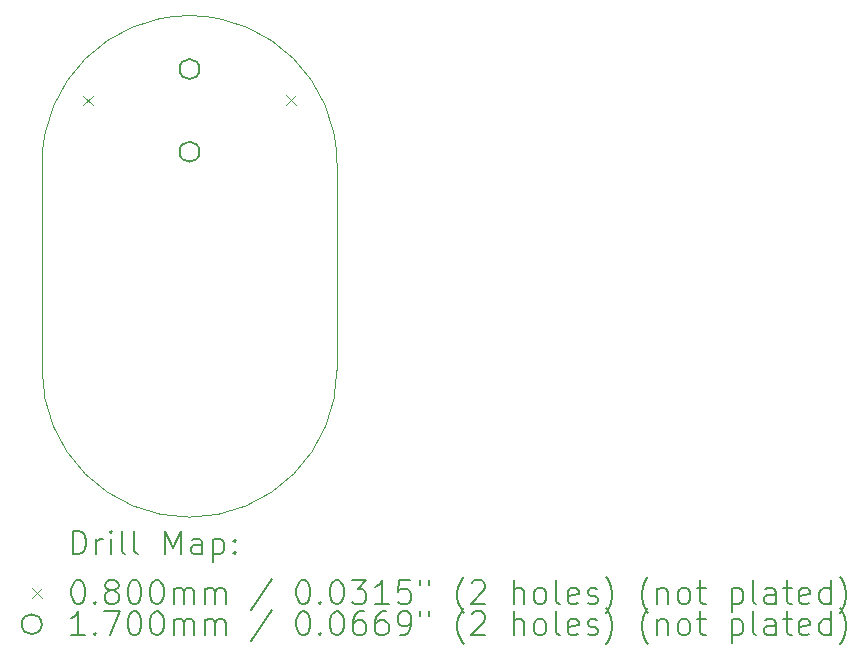
<source format=gbr>
%TF.GenerationSoftware,KiCad,Pcbnew,9.0.7*%
%TF.CreationDate,2026-01-28T11:34:08-05:00*%
%TF.ProjectId,Serene Mini,53657265-6e65-4204-9d69-6e692e6b6963,rev?*%
%TF.SameCoordinates,Original*%
%TF.FileFunction,Drillmap*%
%TF.FilePolarity,Positive*%
%FSLAX45Y45*%
G04 Gerber Fmt 4.5, Leading zero omitted, Abs format (unit mm)*
G04 Created by KiCad (PCBNEW 9.0.7) date 2026-01-28 11:34:08*
%MOMM*%
%LPD*%
G01*
G04 APERTURE LIST*
%ADD10C,0.050000*%
%ADD11C,0.200000*%
%ADD12C,0.100000*%
%ADD13C,0.170000*%
G04 APERTURE END LIST*
D10*
X2071705Y-4875309D02*
X2071705Y-6625309D01*
X4568295Y-6625000D02*
G75*
G02*
X2071705Y-6625309I-1248295J-309D01*
G01*
X2071705Y-4875309D02*
G75*
G02*
X4568295Y-4875309I1248295J0D01*
G01*
X4568295Y-4875309D02*
X4568295Y-6625000D01*
D11*
D12*
X2422000Y-4305000D02*
X2502000Y-4385000D01*
X2502000Y-4305000D02*
X2422000Y-4385000D01*
X4140000Y-4300000D02*
X4220000Y-4380000D01*
X4220000Y-4300000D02*
X4140000Y-4380000D01*
D13*
X3405000Y-4080000D02*
G75*
G02*
X3235000Y-4080000I-85000J0D01*
G01*
X3235000Y-4080000D02*
G75*
G02*
X3405000Y-4080000I85000J0D01*
G01*
X3405000Y-4780000D02*
G75*
G02*
X3235000Y-4780000I-85000J0D01*
G01*
X3235000Y-4780000D02*
G75*
G02*
X3405000Y-4780000I85000J0D01*
G01*
D11*
X2329982Y-8187588D02*
X2329982Y-7987588D01*
X2329982Y-7987588D02*
X2377601Y-7987588D01*
X2377601Y-7987588D02*
X2406172Y-7997112D01*
X2406172Y-7997112D02*
X2425220Y-8016160D01*
X2425220Y-8016160D02*
X2434744Y-8035207D01*
X2434744Y-8035207D02*
X2444267Y-8073302D01*
X2444267Y-8073302D02*
X2444267Y-8101874D01*
X2444267Y-8101874D02*
X2434744Y-8139969D01*
X2434744Y-8139969D02*
X2425220Y-8159017D01*
X2425220Y-8159017D02*
X2406172Y-8178064D01*
X2406172Y-8178064D02*
X2377601Y-8187588D01*
X2377601Y-8187588D02*
X2329982Y-8187588D01*
X2529982Y-8187588D02*
X2529982Y-8054255D01*
X2529982Y-8092350D02*
X2539506Y-8073302D01*
X2539506Y-8073302D02*
X2549029Y-8063779D01*
X2549029Y-8063779D02*
X2568077Y-8054255D01*
X2568077Y-8054255D02*
X2587125Y-8054255D01*
X2653791Y-8187588D02*
X2653791Y-8054255D01*
X2653791Y-7987588D02*
X2644267Y-7997112D01*
X2644267Y-7997112D02*
X2653791Y-8006636D01*
X2653791Y-8006636D02*
X2663315Y-7997112D01*
X2663315Y-7997112D02*
X2653791Y-7987588D01*
X2653791Y-7987588D02*
X2653791Y-8006636D01*
X2777601Y-8187588D02*
X2758553Y-8178064D01*
X2758553Y-8178064D02*
X2749029Y-8159017D01*
X2749029Y-8159017D02*
X2749029Y-7987588D01*
X2882363Y-8187588D02*
X2863315Y-8178064D01*
X2863315Y-8178064D02*
X2853791Y-8159017D01*
X2853791Y-8159017D02*
X2853791Y-7987588D01*
X3110934Y-8187588D02*
X3110934Y-7987588D01*
X3110934Y-7987588D02*
X3177601Y-8130445D01*
X3177601Y-8130445D02*
X3244267Y-7987588D01*
X3244267Y-7987588D02*
X3244267Y-8187588D01*
X3425220Y-8187588D02*
X3425220Y-8082826D01*
X3425220Y-8082826D02*
X3415696Y-8063779D01*
X3415696Y-8063779D02*
X3396648Y-8054255D01*
X3396648Y-8054255D02*
X3358553Y-8054255D01*
X3358553Y-8054255D02*
X3339505Y-8063779D01*
X3425220Y-8178064D02*
X3406172Y-8187588D01*
X3406172Y-8187588D02*
X3358553Y-8187588D01*
X3358553Y-8187588D02*
X3339505Y-8178064D01*
X3339505Y-8178064D02*
X3329982Y-8159017D01*
X3329982Y-8159017D02*
X3329982Y-8139969D01*
X3329982Y-8139969D02*
X3339505Y-8120921D01*
X3339505Y-8120921D02*
X3358553Y-8111398D01*
X3358553Y-8111398D02*
X3406172Y-8111398D01*
X3406172Y-8111398D02*
X3425220Y-8101874D01*
X3520458Y-8054255D02*
X3520458Y-8254255D01*
X3520458Y-8063779D02*
X3539505Y-8054255D01*
X3539505Y-8054255D02*
X3577601Y-8054255D01*
X3577601Y-8054255D02*
X3596648Y-8063779D01*
X3596648Y-8063779D02*
X3606172Y-8073302D01*
X3606172Y-8073302D02*
X3615696Y-8092350D01*
X3615696Y-8092350D02*
X3615696Y-8149493D01*
X3615696Y-8149493D02*
X3606172Y-8168540D01*
X3606172Y-8168540D02*
X3596648Y-8178064D01*
X3596648Y-8178064D02*
X3577601Y-8187588D01*
X3577601Y-8187588D02*
X3539505Y-8187588D01*
X3539505Y-8187588D02*
X3520458Y-8178064D01*
X3701410Y-8168540D02*
X3710934Y-8178064D01*
X3710934Y-8178064D02*
X3701410Y-8187588D01*
X3701410Y-8187588D02*
X3691886Y-8178064D01*
X3691886Y-8178064D02*
X3701410Y-8168540D01*
X3701410Y-8168540D02*
X3701410Y-8187588D01*
X3701410Y-8063779D02*
X3710934Y-8073302D01*
X3710934Y-8073302D02*
X3701410Y-8082826D01*
X3701410Y-8082826D02*
X3691886Y-8073302D01*
X3691886Y-8073302D02*
X3701410Y-8063779D01*
X3701410Y-8063779D02*
X3701410Y-8082826D01*
D12*
X1989205Y-8476104D02*
X2069205Y-8556104D01*
X2069205Y-8476104D02*
X1989205Y-8556104D01*
D11*
X2368077Y-8407588D02*
X2387125Y-8407588D01*
X2387125Y-8407588D02*
X2406172Y-8417112D01*
X2406172Y-8417112D02*
X2415696Y-8426636D01*
X2415696Y-8426636D02*
X2425220Y-8445683D01*
X2425220Y-8445683D02*
X2434744Y-8483779D01*
X2434744Y-8483779D02*
X2434744Y-8531398D01*
X2434744Y-8531398D02*
X2425220Y-8569493D01*
X2425220Y-8569493D02*
X2415696Y-8588541D01*
X2415696Y-8588541D02*
X2406172Y-8598064D01*
X2406172Y-8598064D02*
X2387125Y-8607588D01*
X2387125Y-8607588D02*
X2368077Y-8607588D01*
X2368077Y-8607588D02*
X2349029Y-8598064D01*
X2349029Y-8598064D02*
X2339506Y-8588541D01*
X2339506Y-8588541D02*
X2329982Y-8569493D01*
X2329982Y-8569493D02*
X2320458Y-8531398D01*
X2320458Y-8531398D02*
X2320458Y-8483779D01*
X2320458Y-8483779D02*
X2329982Y-8445683D01*
X2329982Y-8445683D02*
X2339506Y-8426636D01*
X2339506Y-8426636D02*
X2349029Y-8417112D01*
X2349029Y-8417112D02*
X2368077Y-8407588D01*
X2520458Y-8588541D02*
X2529982Y-8598064D01*
X2529982Y-8598064D02*
X2520458Y-8607588D01*
X2520458Y-8607588D02*
X2510934Y-8598064D01*
X2510934Y-8598064D02*
X2520458Y-8588541D01*
X2520458Y-8588541D02*
X2520458Y-8607588D01*
X2644267Y-8493302D02*
X2625220Y-8483779D01*
X2625220Y-8483779D02*
X2615696Y-8474255D01*
X2615696Y-8474255D02*
X2606172Y-8455207D01*
X2606172Y-8455207D02*
X2606172Y-8445683D01*
X2606172Y-8445683D02*
X2615696Y-8426636D01*
X2615696Y-8426636D02*
X2625220Y-8417112D01*
X2625220Y-8417112D02*
X2644267Y-8407588D01*
X2644267Y-8407588D02*
X2682363Y-8407588D01*
X2682363Y-8407588D02*
X2701410Y-8417112D01*
X2701410Y-8417112D02*
X2710934Y-8426636D01*
X2710934Y-8426636D02*
X2720458Y-8445683D01*
X2720458Y-8445683D02*
X2720458Y-8455207D01*
X2720458Y-8455207D02*
X2710934Y-8474255D01*
X2710934Y-8474255D02*
X2701410Y-8483779D01*
X2701410Y-8483779D02*
X2682363Y-8493302D01*
X2682363Y-8493302D02*
X2644267Y-8493302D01*
X2644267Y-8493302D02*
X2625220Y-8502826D01*
X2625220Y-8502826D02*
X2615696Y-8512350D01*
X2615696Y-8512350D02*
X2606172Y-8531398D01*
X2606172Y-8531398D02*
X2606172Y-8569493D01*
X2606172Y-8569493D02*
X2615696Y-8588541D01*
X2615696Y-8588541D02*
X2625220Y-8598064D01*
X2625220Y-8598064D02*
X2644267Y-8607588D01*
X2644267Y-8607588D02*
X2682363Y-8607588D01*
X2682363Y-8607588D02*
X2701410Y-8598064D01*
X2701410Y-8598064D02*
X2710934Y-8588541D01*
X2710934Y-8588541D02*
X2720458Y-8569493D01*
X2720458Y-8569493D02*
X2720458Y-8531398D01*
X2720458Y-8531398D02*
X2710934Y-8512350D01*
X2710934Y-8512350D02*
X2701410Y-8502826D01*
X2701410Y-8502826D02*
X2682363Y-8493302D01*
X2844267Y-8407588D02*
X2863315Y-8407588D01*
X2863315Y-8407588D02*
X2882363Y-8417112D01*
X2882363Y-8417112D02*
X2891886Y-8426636D01*
X2891886Y-8426636D02*
X2901410Y-8445683D01*
X2901410Y-8445683D02*
X2910934Y-8483779D01*
X2910934Y-8483779D02*
X2910934Y-8531398D01*
X2910934Y-8531398D02*
X2901410Y-8569493D01*
X2901410Y-8569493D02*
X2891886Y-8588541D01*
X2891886Y-8588541D02*
X2882363Y-8598064D01*
X2882363Y-8598064D02*
X2863315Y-8607588D01*
X2863315Y-8607588D02*
X2844267Y-8607588D01*
X2844267Y-8607588D02*
X2825220Y-8598064D01*
X2825220Y-8598064D02*
X2815696Y-8588541D01*
X2815696Y-8588541D02*
X2806172Y-8569493D01*
X2806172Y-8569493D02*
X2796648Y-8531398D01*
X2796648Y-8531398D02*
X2796648Y-8483779D01*
X2796648Y-8483779D02*
X2806172Y-8445683D01*
X2806172Y-8445683D02*
X2815696Y-8426636D01*
X2815696Y-8426636D02*
X2825220Y-8417112D01*
X2825220Y-8417112D02*
X2844267Y-8407588D01*
X3034744Y-8407588D02*
X3053791Y-8407588D01*
X3053791Y-8407588D02*
X3072839Y-8417112D01*
X3072839Y-8417112D02*
X3082363Y-8426636D01*
X3082363Y-8426636D02*
X3091886Y-8445683D01*
X3091886Y-8445683D02*
X3101410Y-8483779D01*
X3101410Y-8483779D02*
X3101410Y-8531398D01*
X3101410Y-8531398D02*
X3091886Y-8569493D01*
X3091886Y-8569493D02*
X3082363Y-8588541D01*
X3082363Y-8588541D02*
X3072839Y-8598064D01*
X3072839Y-8598064D02*
X3053791Y-8607588D01*
X3053791Y-8607588D02*
X3034744Y-8607588D01*
X3034744Y-8607588D02*
X3015696Y-8598064D01*
X3015696Y-8598064D02*
X3006172Y-8588541D01*
X3006172Y-8588541D02*
X2996648Y-8569493D01*
X2996648Y-8569493D02*
X2987125Y-8531398D01*
X2987125Y-8531398D02*
X2987125Y-8483779D01*
X2987125Y-8483779D02*
X2996648Y-8445683D01*
X2996648Y-8445683D02*
X3006172Y-8426636D01*
X3006172Y-8426636D02*
X3015696Y-8417112D01*
X3015696Y-8417112D02*
X3034744Y-8407588D01*
X3187125Y-8607588D02*
X3187125Y-8474255D01*
X3187125Y-8493302D02*
X3196648Y-8483779D01*
X3196648Y-8483779D02*
X3215696Y-8474255D01*
X3215696Y-8474255D02*
X3244267Y-8474255D01*
X3244267Y-8474255D02*
X3263315Y-8483779D01*
X3263315Y-8483779D02*
X3272839Y-8502826D01*
X3272839Y-8502826D02*
X3272839Y-8607588D01*
X3272839Y-8502826D02*
X3282363Y-8483779D01*
X3282363Y-8483779D02*
X3301410Y-8474255D01*
X3301410Y-8474255D02*
X3329982Y-8474255D01*
X3329982Y-8474255D02*
X3349029Y-8483779D01*
X3349029Y-8483779D02*
X3358553Y-8502826D01*
X3358553Y-8502826D02*
X3358553Y-8607588D01*
X3453791Y-8607588D02*
X3453791Y-8474255D01*
X3453791Y-8493302D02*
X3463315Y-8483779D01*
X3463315Y-8483779D02*
X3482363Y-8474255D01*
X3482363Y-8474255D02*
X3510934Y-8474255D01*
X3510934Y-8474255D02*
X3529982Y-8483779D01*
X3529982Y-8483779D02*
X3539506Y-8502826D01*
X3539506Y-8502826D02*
X3539506Y-8607588D01*
X3539506Y-8502826D02*
X3549029Y-8483779D01*
X3549029Y-8483779D02*
X3568077Y-8474255D01*
X3568077Y-8474255D02*
X3596648Y-8474255D01*
X3596648Y-8474255D02*
X3615696Y-8483779D01*
X3615696Y-8483779D02*
X3625220Y-8502826D01*
X3625220Y-8502826D02*
X3625220Y-8607588D01*
X4015696Y-8398064D02*
X3844268Y-8655207D01*
X4272839Y-8407588D02*
X4291887Y-8407588D01*
X4291887Y-8407588D02*
X4310934Y-8417112D01*
X4310934Y-8417112D02*
X4320458Y-8426636D01*
X4320458Y-8426636D02*
X4329982Y-8445683D01*
X4329982Y-8445683D02*
X4339506Y-8483779D01*
X4339506Y-8483779D02*
X4339506Y-8531398D01*
X4339506Y-8531398D02*
X4329982Y-8569493D01*
X4329982Y-8569493D02*
X4320458Y-8588541D01*
X4320458Y-8588541D02*
X4310934Y-8598064D01*
X4310934Y-8598064D02*
X4291887Y-8607588D01*
X4291887Y-8607588D02*
X4272839Y-8607588D01*
X4272839Y-8607588D02*
X4253791Y-8598064D01*
X4253791Y-8598064D02*
X4244268Y-8588541D01*
X4244268Y-8588541D02*
X4234744Y-8569493D01*
X4234744Y-8569493D02*
X4225220Y-8531398D01*
X4225220Y-8531398D02*
X4225220Y-8483779D01*
X4225220Y-8483779D02*
X4234744Y-8445683D01*
X4234744Y-8445683D02*
X4244268Y-8426636D01*
X4244268Y-8426636D02*
X4253791Y-8417112D01*
X4253791Y-8417112D02*
X4272839Y-8407588D01*
X4425220Y-8588541D02*
X4434744Y-8598064D01*
X4434744Y-8598064D02*
X4425220Y-8607588D01*
X4425220Y-8607588D02*
X4415696Y-8598064D01*
X4415696Y-8598064D02*
X4425220Y-8588541D01*
X4425220Y-8588541D02*
X4425220Y-8607588D01*
X4558553Y-8407588D02*
X4577601Y-8407588D01*
X4577601Y-8407588D02*
X4596649Y-8417112D01*
X4596649Y-8417112D02*
X4606172Y-8426636D01*
X4606172Y-8426636D02*
X4615696Y-8445683D01*
X4615696Y-8445683D02*
X4625220Y-8483779D01*
X4625220Y-8483779D02*
X4625220Y-8531398D01*
X4625220Y-8531398D02*
X4615696Y-8569493D01*
X4615696Y-8569493D02*
X4606172Y-8588541D01*
X4606172Y-8588541D02*
X4596649Y-8598064D01*
X4596649Y-8598064D02*
X4577601Y-8607588D01*
X4577601Y-8607588D02*
X4558553Y-8607588D01*
X4558553Y-8607588D02*
X4539506Y-8598064D01*
X4539506Y-8598064D02*
X4529982Y-8588541D01*
X4529982Y-8588541D02*
X4520458Y-8569493D01*
X4520458Y-8569493D02*
X4510934Y-8531398D01*
X4510934Y-8531398D02*
X4510934Y-8483779D01*
X4510934Y-8483779D02*
X4520458Y-8445683D01*
X4520458Y-8445683D02*
X4529982Y-8426636D01*
X4529982Y-8426636D02*
X4539506Y-8417112D01*
X4539506Y-8417112D02*
X4558553Y-8407588D01*
X4691887Y-8407588D02*
X4815696Y-8407588D01*
X4815696Y-8407588D02*
X4749030Y-8483779D01*
X4749030Y-8483779D02*
X4777601Y-8483779D01*
X4777601Y-8483779D02*
X4796649Y-8493302D01*
X4796649Y-8493302D02*
X4806172Y-8502826D01*
X4806172Y-8502826D02*
X4815696Y-8521874D01*
X4815696Y-8521874D02*
X4815696Y-8569493D01*
X4815696Y-8569493D02*
X4806172Y-8588541D01*
X4806172Y-8588541D02*
X4796649Y-8598064D01*
X4796649Y-8598064D02*
X4777601Y-8607588D01*
X4777601Y-8607588D02*
X4720458Y-8607588D01*
X4720458Y-8607588D02*
X4701411Y-8598064D01*
X4701411Y-8598064D02*
X4691887Y-8588541D01*
X5006172Y-8607588D02*
X4891887Y-8607588D01*
X4949030Y-8607588D02*
X4949030Y-8407588D01*
X4949030Y-8407588D02*
X4929982Y-8436160D01*
X4929982Y-8436160D02*
X4910934Y-8455207D01*
X4910934Y-8455207D02*
X4891887Y-8464731D01*
X5187125Y-8407588D02*
X5091887Y-8407588D01*
X5091887Y-8407588D02*
X5082363Y-8502826D01*
X5082363Y-8502826D02*
X5091887Y-8493302D01*
X5091887Y-8493302D02*
X5110934Y-8483779D01*
X5110934Y-8483779D02*
X5158553Y-8483779D01*
X5158553Y-8483779D02*
X5177601Y-8493302D01*
X5177601Y-8493302D02*
X5187125Y-8502826D01*
X5187125Y-8502826D02*
X5196649Y-8521874D01*
X5196649Y-8521874D02*
X5196649Y-8569493D01*
X5196649Y-8569493D02*
X5187125Y-8588541D01*
X5187125Y-8588541D02*
X5177601Y-8598064D01*
X5177601Y-8598064D02*
X5158553Y-8607588D01*
X5158553Y-8607588D02*
X5110934Y-8607588D01*
X5110934Y-8607588D02*
X5091887Y-8598064D01*
X5091887Y-8598064D02*
X5082363Y-8588541D01*
X5272839Y-8407588D02*
X5272839Y-8445683D01*
X5349030Y-8407588D02*
X5349030Y-8445683D01*
X5644268Y-8683779D02*
X5634744Y-8674255D01*
X5634744Y-8674255D02*
X5615696Y-8645683D01*
X5615696Y-8645683D02*
X5606172Y-8626636D01*
X5606172Y-8626636D02*
X5596649Y-8598064D01*
X5596649Y-8598064D02*
X5587125Y-8550445D01*
X5587125Y-8550445D02*
X5587125Y-8512350D01*
X5587125Y-8512350D02*
X5596649Y-8464731D01*
X5596649Y-8464731D02*
X5606172Y-8436160D01*
X5606172Y-8436160D02*
X5615696Y-8417112D01*
X5615696Y-8417112D02*
X5634744Y-8388540D01*
X5634744Y-8388540D02*
X5644268Y-8379017D01*
X5710934Y-8426636D02*
X5720458Y-8417112D01*
X5720458Y-8417112D02*
X5739506Y-8407588D01*
X5739506Y-8407588D02*
X5787125Y-8407588D01*
X5787125Y-8407588D02*
X5806172Y-8417112D01*
X5806172Y-8417112D02*
X5815696Y-8426636D01*
X5815696Y-8426636D02*
X5825220Y-8445683D01*
X5825220Y-8445683D02*
X5825220Y-8464731D01*
X5825220Y-8464731D02*
X5815696Y-8493302D01*
X5815696Y-8493302D02*
X5701411Y-8607588D01*
X5701411Y-8607588D02*
X5825220Y-8607588D01*
X6063315Y-8607588D02*
X6063315Y-8407588D01*
X6149030Y-8607588D02*
X6149030Y-8502826D01*
X6149030Y-8502826D02*
X6139506Y-8483779D01*
X6139506Y-8483779D02*
X6120458Y-8474255D01*
X6120458Y-8474255D02*
X6091887Y-8474255D01*
X6091887Y-8474255D02*
X6072839Y-8483779D01*
X6072839Y-8483779D02*
X6063315Y-8493302D01*
X6272839Y-8607588D02*
X6253792Y-8598064D01*
X6253792Y-8598064D02*
X6244268Y-8588541D01*
X6244268Y-8588541D02*
X6234744Y-8569493D01*
X6234744Y-8569493D02*
X6234744Y-8512350D01*
X6234744Y-8512350D02*
X6244268Y-8493302D01*
X6244268Y-8493302D02*
X6253792Y-8483779D01*
X6253792Y-8483779D02*
X6272839Y-8474255D01*
X6272839Y-8474255D02*
X6301411Y-8474255D01*
X6301411Y-8474255D02*
X6320458Y-8483779D01*
X6320458Y-8483779D02*
X6329982Y-8493302D01*
X6329982Y-8493302D02*
X6339506Y-8512350D01*
X6339506Y-8512350D02*
X6339506Y-8569493D01*
X6339506Y-8569493D02*
X6329982Y-8588541D01*
X6329982Y-8588541D02*
X6320458Y-8598064D01*
X6320458Y-8598064D02*
X6301411Y-8607588D01*
X6301411Y-8607588D02*
X6272839Y-8607588D01*
X6453792Y-8607588D02*
X6434744Y-8598064D01*
X6434744Y-8598064D02*
X6425220Y-8579017D01*
X6425220Y-8579017D02*
X6425220Y-8407588D01*
X6606173Y-8598064D02*
X6587125Y-8607588D01*
X6587125Y-8607588D02*
X6549030Y-8607588D01*
X6549030Y-8607588D02*
X6529982Y-8598064D01*
X6529982Y-8598064D02*
X6520458Y-8579017D01*
X6520458Y-8579017D02*
X6520458Y-8502826D01*
X6520458Y-8502826D02*
X6529982Y-8483779D01*
X6529982Y-8483779D02*
X6549030Y-8474255D01*
X6549030Y-8474255D02*
X6587125Y-8474255D01*
X6587125Y-8474255D02*
X6606173Y-8483779D01*
X6606173Y-8483779D02*
X6615696Y-8502826D01*
X6615696Y-8502826D02*
X6615696Y-8521874D01*
X6615696Y-8521874D02*
X6520458Y-8540922D01*
X6691887Y-8598064D02*
X6710934Y-8607588D01*
X6710934Y-8607588D02*
X6749030Y-8607588D01*
X6749030Y-8607588D02*
X6768077Y-8598064D01*
X6768077Y-8598064D02*
X6777601Y-8579017D01*
X6777601Y-8579017D02*
X6777601Y-8569493D01*
X6777601Y-8569493D02*
X6768077Y-8550445D01*
X6768077Y-8550445D02*
X6749030Y-8540922D01*
X6749030Y-8540922D02*
X6720458Y-8540922D01*
X6720458Y-8540922D02*
X6701411Y-8531398D01*
X6701411Y-8531398D02*
X6691887Y-8512350D01*
X6691887Y-8512350D02*
X6691887Y-8502826D01*
X6691887Y-8502826D02*
X6701411Y-8483779D01*
X6701411Y-8483779D02*
X6720458Y-8474255D01*
X6720458Y-8474255D02*
X6749030Y-8474255D01*
X6749030Y-8474255D02*
X6768077Y-8483779D01*
X6844268Y-8683779D02*
X6853792Y-8674255D01*
X6853792Y-8674255D02*
X6872839Y-8645683D01*
X6872839Y-8645683D02*
X6882363Y-8626636D01*
X6882363Y-8626636D02*
X6891887Y-8598064D01*
X6891887Y-8598064D02*
X6901411Y-8550445D01*
X6901411Y-8550445D02*
X6901411Y-8512350D01*
X6901411Y-8512350D02*
X6891887Y-8464731D01*
X6891887Y-8464731D02*
X6882363Y-8436160D01*
X6882363Y-8436160D02*
X6872839Y-8417112D01*
X6872839Y-8417112D02*
X6853792Y-8388540D01*
X6853792Y-8388540D02*
X6844268Y-8379017D01*
X7206173Y-8683779D02*
X7196649Y-8674255D01*
X7196649Y-8674255D02*
X7177601Y-8645683D01*
X7177601Y-8645683D02*
X7168077Y-8626636D01*
X7168077Y-8626636D02*
X7158554Y-8598064D01*
X7158554Y-8598064D02*
X7149030Y-8550445D01*
X7149030Y-8550445D02*
X7149030Y-8512350D01*
X7149030Y-8512350D02*
X7158554Y-8464731D01*
X7158554Y-8464731D02*
X7168077Y-8436160D01*
X7168077Y-8436160D02*
X7177601Y-8417112D01*
X7177601Y-8417112D02*
X7196649Y-8388540D01*
X7196649Y-8388540D02*
X7206173Y-8379017D01*
X7282363Y-8474255D02*
X7282363Y-8607588D01*
X7282363Y-8493302D02*
X7291887Y-8483779D01*
X7291887Y-8483779D02*
X7310934Y-8474255D01*
X7310934Y-8474255D02*
X7339506Y-8474255D01*
X7339506Y-8474255D02*
X7358554Y-8483779D01*
X7358554Y-8483779D02*
X7368077Y-8502826D01*
X7368077Y-8502826D02*
X7368077Y-8607588D01*
X7491887Y-8607588D02*
X7472839Y-8598064D01*
X7472839Y-8598064D02*
X7463315Y-8588541D01*
X7463315Y-8588541D02*
X7453792Y-8569493D01*
X7453792Y-8569493D02*
X7453792Y-8512350D01*
X7453792Y-8512350D02*
X7463315Y-8493302D01*
X7463315Y-8493302D02*
X7472839Y-8483779D01*
X7472839Y-8483779D02*
X7491887Y-8474255D01*
X7491887Y-8474255D02*
X7520458Y-8474255D01*
X7520458Y-8474255D02*
X7539506Y-8483779D01*
X7539506Y-8483779D02*
X7549030Y-8493302D01*
X7549030Y-8493302D02*
X7558554Y-8512350D01*
X7558554Y-8512350D02*
X7558554Y-8569493D01*
X7558554Y-8569493D02*
X7549030Y-8588541D01*
X7549030Y-8588541D02*
X7539506Y-8598064D01*
X7539506Y-8598064D02*
X7520458Y-8607588D01*
X7520458Y-8607588D02*
X7491887Y-8607588D01*
X7615696Y-8474255D02*
X7691887Y-8474255D01*
X7644268Y-8407588D02*
X7644268Y-8579017D01*
X7644268Y-8579017D02*
X7653792Y-8598064D01*
X7653792Y-8598064D02*
X7672839Y-8607588D01*
X7672839Y-8607588D02*
X7691887Y-8607588D01*
X7910935Y-8474255D02*
X7910935Y-8674255D01*
X7910935Y-8483779D02*
X7929982Y-8474255D01*
X7929982Y-8474255D02*
X7968077Y-8474255D01*
X7968077Y-8474255D02*
X7987125Y-8483779D01*
X7987125Y-8483779D02*
X7996649Y-8493302D01*
X7996649Y-8493302D02*
X8006173Y-8512350D01*
X8006173Y-8512350D02*
X8006173Y-8569493D01*
X8006173Y-8569493D02*
X7996649Y-8588541D01*
X7996649Y-8588541D02*
X7987125Y-8598064D01*
X7987125Y-8598064D02*
X7968077Y-8607588D01*
X7968077Y-8607588D02*
X7929982Y-8607588D01*
X7929982Y-8607588D02*
X7910935Y-8598064D01*
X8120458Y-8607588D02*
X8101411Y-8598064D01*
X8101411Y-8598064D02*
X8091887Y-8579017D01*
X8091887Y-8579017D02*
X8091887Y-8407588D01*
X8282363Y-8607588D02*
X8282363Y-8502826D01*
X8282363Y-8502826D02*
X8272839Y-8483779D01*
X8272839Y-8483779D02*
X8253792Y-8474255D01*
X8253792Y-8474255D02*
X8215696Y-8474255D01*
X8215696Y-8474255D02*
X8196649Y-8483779D01*
X8282363Y-8598064D02*
X8263316Y-8607588D01*
X8263316Y-8607588D02*
X8215696Y-8607588D01*
X8215696Y-8607588D02*
X8196649Y-8598064D01*
X8196649Y-8598064D02*
X8187125Y-8579017D01*
X8187125Y-8579017D02*
X8187125Y-8559969D01*
X8187125Y-8559969D02*
X8196649Y-8540922D01*
X8196649Y-8540922D02*
X8215696Y-8531398D01*
X8215696Y-8531398D02*
X8263316Y-8531398D01*
X8263316Y-8531398D02*
X8282363Y-8521874D01*
X8349030Y-8474255D02*
X8425220Y-8474255D01*
X8377601Y-8407588D02*
X8377601Y-8579017D01*
X8377601Y-8579017D02*
X8387125Y-8598064D01*
X8387125Y-8598064D02*
X8406173Y-8607588D01*
X8406173Y-8607588D02*
X8425220Y-8607588D01*
X8568078Y-8598064D02*
X8549030Y-8607588D01*
X8549030Y-8607588D02*
X8510935Y-8607588D01*
X8510935Y-8607588D02*
X8491887Y-8598064D01*
X8491887Y-8598064D02*
X8482363Y-8579017D01*
X8482363Y-8579017D02*
X8482363Y-8502826D01*
X8482363Y-8502826D02*
X8491887Y-8483779D01*
X8491887Y-8483779D02*
X8510935Y-8474255D01*
X8510935Y-8474255D02*
X8549030Y-8474255D01*
X8549030Y-8474255D02*
X8568078Y-8483779D01*
X8568078Y-8483779D02*
X8577601Y-8502826D01*
X8577601Y-8502826D02*
X8577601Y-8521874D01*
X8577601Y-8521874D02*
X8482363Y-8540922D01*
X8749030Y-8607588D02*
X8749030Y-8407588D01*
X8749030Y-8598064D02*
X8729982Y-8607588D01*
X8729982Y-8607588D02*
X8691887Y-8607588D01*
X8691887Y-8607588D02*
X8672839Y-8598064D01*
X8672839Y-8598064D02*
X8663316Y-8588541D01*
X8663316Y-8588541D02*
X8653792Y-8569493D01*
X8653792Y-8569493D02*
X8653792Y-8512350D01*
X8653792Y-8512350D02*
X8663316Y-8493302D01*
X8663316Y-8493302D02*
X8672839Y-8483779D01*
X8672839Y-8483779D02*
X8691887Y-8474255D01*
X8691887Y-8474255D02*
X8729982Y-8474255D01*
X8729982Y-8474255D02*
X8749030Y-8483779D01*
X8825220Y-8683779D02*
X8834744Y-8674255D01*
X8834744Y-8674255D02*
X8853792Y-8645683D01*
X8853792Y-8645683D02*
X8863316Y-8626636D01*
X8863316Y-8626636D02*
X8872839Y-8598064D01*
X8872839Y-8598064D02*
X8882363Y-8550445D01*
X8882363Y-8550445D02*
X8882363Y-8512350D01*
X8882363Y-8512350D02*
X8872839Y-8464731D01*
X8872839Y-8464731D02*
X8863316Y-8436160D01*
X8863316Y-8436160D02*
X8853792Y-8417112D01*
X8853792Y-8417112D02*
X8834744Y-8388540D01*
X8834744Y-8388540D02*
X8825220Y-8379017D01*
D13*
X2069205Y-8780104D02*
G75*
G02*
X1899205Y-8780104I-85000J0D01*
G01*
X1899205Y-8780104D02*
G75*
G02*
X2069205Y-8780104I85000J0D01*
G01*
D11*
X2434744Y-8871588D02*
X2320458Y-8871588D01*
X2377601Y-8871588D02*
X2377601Y-8671588D01*
X2377601Y-8671588D02*
X2358553Y-8700160D01*
X2358553Y-8700160D02*
X2339506Y-8719207D01*
X2339506Y-8719207D02*
X2320458Y-8728731D01*
X2520458Y-8852541D02*
X2529982Y-8862064D01*
X2529982Y-8862064D02*
X2520458Y-8871588D01*
X2520458Y-8871588D02*
X2510934Y-8862064D01*
X2510934Y-8862064D02*
X2520458Y-8852541D01*
X2520458Y-8852541D02*
X2520458Y-8871588D01*
X2596648Y-8671588D02*
X2729982Y-8671588D01*
X2729982Y-8671588D02*
X2644267Y-8871588D01*
X2844267Y-8671588D02*
X2863315Y-8671588D01*
X2863315Y-8671588D02*
X2882363Y-8681112D01*
X2882363Y-8681112D02*
X2891886Y-8690636D01*
X2891886Y-8690636D02*
X2901410Y-8709683D01*
X2901410Y-8709683D02*
X2910934Y-8747779D01*
X2910934Y-8747779D02*
X2910934Y-8795398D01*
X2910934Y-8795398D02*
X2901410Y-8833493D01*
X2901410Y-8833493D02*
X2891886Y-8852541D01*
X2891886Y-8852541D02*
X2882363Y-8862064D01*
X2882363Y-8862064D02*
X2863315Y-8871588D01*
X2863315Y-8871588D02*
X2844267Y-8871588D01*
X2844267Y-8871588D02*
X2825220Y-8862064D01*
X2825220Y-8862064D02*
X2815696Y-8852541D01*
X2815696Y-8852541D02*
X2806172Y-8833493D01*
X2806172Y-8833493D02*
X2796648Y-8795398D01*
X2796648Y-8795398D02*
X2796648Y-8747779D01*
X2796648Y-8747779D02*
X2806172Y-8709683D01*
X2806172Y-8709683D02*
X2815696Y-8690636D01*
X2815696Y-8690636D02*
X2825220Y-8681112D01*
X2825220Y-8681112D02*
X2844267Y-8671588D01*
X3034744Y-8671588D02*
X3053791Y-8671588D01*
X3053791Y-8671588D02*
X3072839Y-8681112D01*
X3072839Y-8681112D02*
X3082363Y-8690636D01*
X3082363Y-8690636D02*
X3091886Y-8709683D01*
X3091886Y-8709683D02*
X3101410Y-8747779D01*
X3101410Y-8747779D02*
X3101410Y-8795398D01*
X3101410Y-8795398D02*
X3091886Y-8833493D01*
X3091886Y-8833493D02*
X3082363Y-8852541D01*
X3082363Y-8852541D02*
X3072839Y-8862064D01*
X3072839Y-8862064D02*
X3053791Y-8871588D01*
X3053791Y-8871588D02*
X3034744Y-8871588D01*
X3034744Y-8871588D02*
X3015696Y-8862064D01*
X3015696Y-8862064D02*
X3006172Y-8852541D01*
X3006172Y-8852541D02*
X2996648Y-8833493D01*
X2996648Y-8833493D02*
X2987125Y-8795398D01*
X2987125Y-8795398D02*
X2987125Y-8747779D01*
X2987125Y-8747779D02*
X2996648Y-8709683D01*
X2996648Y-8709683D02*
X3006172Y-8690636D01*
X3006172Y-8690636D02*
X3015696Y-8681112D01*
X3015696Y-8681112D02*
X3034744Y-8671588D01*
X3187125Y-8871588D02*
X3187125Y-8738255D01*
X3187125Y-8757302D02*
X3196648Y-8747779D01*
X3196648Y-8747779D02*
X3215696Y-8738255D01*
X3215696Y-8738255D02*
X3244267Y-8738255D01*
X3244267Y-8738255D02*
X3263315Y-8747779D01*
X3263315Y-8747779D02*
X3272839Y-8766826D01*
X3272839Y-8766826D02*
X3272839Y-8871588D01*
X3272839Y-8766826D02*
X3282363Y-8747779D01*
X3282363Y-8747779D02*
X3301410Y-8738255D01*
X3301410Y-8738255D02*
X3329982Y-8738255D01*
X3329982Y-8738255D02*
X3349029Y-8747779D01*
X3349029Y-8747779D02*
X3358553Y-8766826D01*
X3358553Y-8766826D02*
X3358553Y-8871588D01*
X3453791Y-8871588D02*
X3453791Y-8738255D01*
X3453791Y-8757302D02*
X3463315Y-8747779D01*
X3463315Y-8747779D02*
X3482363Y-8738255D01*
X3482363Y-8738255D02*
X3510934Y-8738255D01*
X3510934Y-8738255D02*
X3529982Y-8747779D01*
X3529982Y-8747779D02*
X3539506Y-8766826D01*
X3539506Y-8766826D02*
X3539506Y-8871588D01*
X3539506Y-8766826D02*
X3549029Y-8747779D01*
X3549029Y-8747779D02*
X3568077Y-8738255D01*
X3568077Y-8738255D02*
X3596648Y-8738255D01*
X3596648Y-8738255D02*
X3615696Y-8747779D01*
X3615696Y-8747779D02*
X3625220Y-8766826D01*
X3625220Y-8766826D02*
X3625220Y-8871588D01*
X4015696Y-8662064D02*
X3844268Y-8919207D01*
X4272839Y-8671588D02*
X4291887Y-8671588D01*
X4291887Y-8671588D02*
X4310934Y-8681112D01*
X4310934Y-8681112D02*
X4320458Y-8690636D01*
X4320458Y-8690636D02*
X4329982Y-8709683D01*
X4329982Y-8709683D02*
X4339506Y-8747779D01*
X4339506Y-8747779D02*
X4339506Y-8795398D01*
X4339506Y-8795398D02*
X4329982Y-8833493D01*
X4329982Y-8833493D02*
X4320458Y-8852541D01*
X4320458Y-8852541D02*
X4310934Y-8862064D01*
X4310934Y-8862064D02*
X4291887Y-8871588D01*
X4291887Y-8871588D02*
X4272839Y-8871588D01*
X4272839Y-8871588D02*
X4253791Y-8862064D01*
X4253791Y-8862064D02*
X4244268Y-8852541D01*
X4244268Y-8852541D02*
X4234744Y-8833493D01*
X4234744Y-8833493D02*
X4225220Y-8795398D01*
X4225220Y-8795398D02*
X4225220Y-8747779D01*
X4225220Y-8747779D02*
X4234744Y-8709683D01*
X4234744Y-8709683D02*
X4244268Y-8690636D01*
X4244268Y-8690636D02*
X4253791Y-8681112D01*
X4253791Y-8681112D02*
X4272839Y-8671588D01*
X4425220Y-8852541D02*
X4434744Y-8862064D01*
X4434744Y-8862064D02*
X4425220Y-8871588D01*
X4425220Y-8871588D02*
X4415696Y-8862064D01*
X4415696Y-8862064D02*
X4425220Y-8852541D01*
X4425220Y-8852541D02*
X4425220Y-8871588D01*
X4558553Y-8671588D02*
X4577601Y-8671588D01*
X4577601Y-8671588D02*
X4596649Y-8681112D01*
X4596649Y-8681112D02*
X4606172Y-8690636D01*
X4606172Y-8690636D02*
X4615696Y-8709683D01*
X4615696Y-8709683D02*
X4625220Y-8747779D01*
X4625220Y-8747779D02*
X4625220Y-8795398D01*
X4625220Y-8795398D02*
X4615696Y-8833493D01*
X4615696Y-8833493D02*
X4606172Y-8852541D01*
X4606172Y-8852541D02*
X4596649Y-8862064D01*
X4596649Y-8862064D02*
X4577601Y-8871588D01*
X4577601Y-8871588D02*
X4558553Y-8871588D01*
X4558553Y-8871588D02*
X4539506Y-8862064D01*
X4539506Y-8862064D02*
X4529982Y-8852541D01*
X4529982Y-8852541D02*
X4520458Y-8833493D01*
X4520458Y-8833493D02*
X4510934Y-8795398D01*
X4510934Y-8795398D02*
X4510934Y-8747779D01*
X4510934Y-8747779D02*
X4520458Y-8709683D01*
X4520458Y-8709683D02*
X4529982Y-8690636D01*
X4529982Y-8690636D02*
X4539506Y-8681112D01*
X4539506Y-8681112D02*
X4558553Y-8671588D01*
X4796649Y-8671588D02*
X4758553Y-8671588D01*
X4758553Y-8671588D02*
X4739506Y-8681112D01*
X4739506Y-8681112D02*
X4729982Y-8690636D01*
X4729982Y-8690636D02*
X4710934Y-8719207D01*
X4710934Y-8719207D02*
X4701411Y-8757302D01*
X4701411Y-8757302D02*
X4701411Y-8833493D01*
X4701411Y-8833493D02*
X4710934Y-8852541D01*
X4710934Y-8852541D02*
X4720458Y-8862064D01*
X4720458Y-8862064D02*
X4739506Y-8871588D01*
X4739506Y-8871588D02*
X4777601Y-8871588D01*
X4777601Y-8871588D02*
X4796649Y-8862064D01*
X4796649Y-8862064D02*
X4806172Y-8852541D01*
X4806172Y-8852541D02*
X4815696Y-8833493D01*
X4815696Y-8833493D02*
X4815696Y-8785874D01*
X4815696Y-8785874D02*
X4806172Y-8766826D01*
X4806172Y-8766826D02*
X4796649Y-8757302D01*
X4796649Y-8757302D02*
X4777601Y-8747779D01*
X4777601Y-8747779D02*
X4739506Y-8747779D01*
X4739506Y-8747779D02*
X4720458Y-8757302D01*
X4720458Y-8757302D02*
X4710934Y-8766826D01*
X4710934Y-8766826D02*
X4701411Y-8785874D01*
X4987125Y-8671588D02*
X4949030Y-8671588D01*
X4949030Y-8671588D02*
X4929982Y-8681112D01*
X4929982Y-8681112D02*
X4920458Y-8690636D01*
X4920458Y-8690636D02*
X4901411Y-8719207D01*
X4901411Y-8719207D02*
X4891887Y-8757302D01*
X4891887Y-8757302D02*
X4891887Y-8833493D01*
X4891887Y-8833493D02*
X4901411Y-8852541D01*
X4901411Y-8852541D02*
X4910934Y-8862064D01*
X4910934Y-8862064D02*
X4929982Y-8871588D01*
X4929982Y-8871588D02*
X4968077Y-8871588D01*
X4968077Y-8871588D02*
X4987125Y-8862064D01*
X4987125Y-8862064D02*
X4996649Y-8852541D01*
X4996649Y-8852541D02*
X5006172Y-8833493D01*
X5006172Y-8833493D02*
X5006172Y-8785874D01*
X5006172Y-8785874D02*
X4996649Y-8766826D01*
X4996649Y-8766826D02*
X4987125Y-8757302D01*
X4987125Y-8757302D02*
X4968077Y-8747779D01*
X4968077Y-8747779D02*
X4929982Y-8747779D01*
X4929982Y-8747779D02*
X4910934Y-8757302D01*
X4910934Y-8757302D02*
X4901411Y-8766826D01*
X4901411Y-8766826D02*
X4891887Y-8785874D01*
X5101411Y-8871588D02*
X5139506Y-8871588D01*
X5139506Y-8871588D02*
X5158553Y-8862064D01*
X5158553Y-8862064D02*
X5168077Y-8852541D01*
X5168077Y-8852541D02*
X5187125Y-8823969D01*
X5187125Y-8823969D02*
X5196649Y-8785874D01*
X5196649Y-8785874D02*
X5196649Y-8709683D01*
X5196649Y-8709683D02*
X5187125Y-8690636D01*
X5187125Y-8690636D02*
X5177601Y-8681112D01*
X5177601Y-8681112D02*
X5158553Y-8671588D01*
X5158553Y-8671588D02*
X5120458Y-8671588D01*
X5120458Y-8671588D02*
X5101411Y-8681112D01*
X5101411Y-8681112D02*
X5091887Y-8690636D01*
X5091887Y-8690636D02*
X5082363Y-8709683D01*
X5082363Y-8709683D02*
X5082363Y-8757302D01*
X5082363Y-8757302D02*
X5091887Y-8776350D01*
X5091887Y-8776350D02*
X5101411Y-8785874D01*
X5101411Y-8785874D02*
X5120458Y-8795398D01*
X5120458Y-8795398D02*
X5158553Y-8795398D01*
X5158553Y-8795398D02*
X5177601Y-8785874D01*
X5177601Y-8785874D02*
X5187125Y-8776350D01*
X5187125Y-8776350D02*
X5196649Y-8757302D01*
X5272839Y-8671588D02*
X5272839Y-8709683D01*
X5349030Y-8671588D02*
X5349030Y-8709683D01*
X5644268Y-8947779D02*
X5634744Y-8938255D01*
X5634744Y-8938255D02*
X5615696Y-8909683D01*
X5615696Y-8909683D02*
X5606172Y-8890636D01*
X5606172Y-8890636D02*
X5596649Y-8862064D01*
X5596649Y-8862064D02*
X5587125Y-8814445D01*
X5587125Y-8814445D02*
X5587125Y-8776350D01*
X5587125Y-8776350D02*
X5596649Y-8728731D01*
X5596649Y-8728731D02*
X5606172Y-8700160D01*
X5606172Y-8700160D02*
X5615696Y-8681112D01*
X5615696Y-8681112D02*
X5634744Y-8652541D01*
X5634744Y-8652541D02*
X5644268Y-8643017D01*
X5710934Y-8690636D02*
X5720458Y-8681112D01*
X5720458Y-8681112D02*
X5739506Y-8671588D01*
X5739506Y-8671588D02*
X5787125Y-8671588D01*
X5787125Y-8671588D02*
X5806172Y-8681112D01*
X5806172Y-8681112D02*
X5815696Y-8690636D01*
X5815696Y-8690636D02*
X5825220Y-8709683D01*
X5825220Y-8709683D02*
X5825220Y-8728731D01*
X5825220Y-8728731D02*
X5815696Y-8757302D01*
X5815696Y-8757302D02*
X5701411Y-8871588D01*
X5701411Y-8871588D02*
X5825220Y-8871588D01*
X6063315Y-8871588D02*
X6063315Y-8671588D01*
X6149030Y-8871588D02*
X6149030Y-8766826D01*
X6149030Y-8766826D02*
X6139506Y-8747779D01*
X6139506Y-8747779D02*
X6120458Y-8738255D01*
X6120458Y-8738255D02*
X6091887Y-8738255D01*
X6091887Y-8738255D02*
X6072839Y-8747779D01*
X6072839Y-8747779D02*
X6063315Y-8757302D01*
X6272839Y-8871588D02*
X6253792Y-8862064D01*
X6253792Y-8862064D02*
X6244268Y-8852541D01*
X6244268Y-8852541D02*
X6234744Y-8833493D01*
X6234744Y-8833493D02*
X6234744Y-8776350D01*
X6234744Y-8776350D02*
X6244268Y-8757302D01*
X6244268Y-8757302D02*
X6253792Y-8747779D01*
X6253792Y-8747779D02*
X6272839Y-8738255D01*
X6272839Y-8738255D02*
X6301411Y-8738255D01*
X6301411Y-8738255D02*
X6320458Y-8747779D01*
X6320458Y-8747779D02*
X6329982Y-8757302D01*
X6329982Y-8757302D02*
X6339506Y-8776350D01*
X6339506Y-8776350D02*
X6339506Y-8833493D01*
X6339506Y-8833493D02*
X6329982Y-8852541D01*
X6329982Y-8852541D02*
X6320458Y-8862064D01*
X6320458Y-8862064D02*
X6301411Y-8871588D01*
X6301411Y-8871588D02*
X6272839Y-8871588D01*
X6453792Y-8871588D02*
X6434744Y-8862064D01*
X6434744Y-8862064D02*
X6425220Y-8843017D01*
X6425220Y-8843017D02*
X6425220Y-8671588D01*
X6606173Y-8862064D02*
X6587125Y-8871588D01*
X6587125Y-8871588D02*
X6549030Y-8871588D01*
X6549030Y-8871588D02*
X6529982Y-8862064D01*
X6529982Y-8862064D02*
X6520458Y-8843017D01*
X6520458Y-8843017D02*
X6520458Y-8766826D01*
X6520458Y-8766826D02*
X6529982Y-8747779D01*
X6529982Y-8747779D02*
X6549030Y-8738255D01*
X6549030Y-8738255D02*
X6587125Y-8738255D01*
X6587125Y-8738255D02*
X6606173Y-8747779D01*
X6606173Y-8747779D02*
X6615696Y-8766826D01*
X6615696Y-8766826D02*
X6615696Y-8785874D01*
X6615696Y-8785874D02*
X6520458Y-8804922D01*
X6691887Y-8862064D02*
X6710934Y-8871588D01*
X6710934Y-8871588D02*
X6749030Y-8871588D01*
X6749030Y-8871588D02*
X6768077Y-8862064D01*
X6768077Y-8862064D02*
X6777601Y-8843017D01*
X6777601Y-8843017D02*
X6777601Y-8833493D01*
X6777601Y-8833493D02*
X6768077Y-8814445D01*
X6768077Y-8814445D02*
X6749030Y-8804922D01*
X6749030Y-8804922D02*
X6720458Y-8804922D01*
X6720458Y-8804922D02*
X6701411Y-8795398D01*
X6701411Y-8795398D02*
X6691887Y-8776350D01*
X6691887Y-8776350D02*
X6691887Y-8766826D01*
X6691887Y-8766826D02*
X6701411Y-8747779D01*
X6701411Y-8747779D02*
X6720458Y-8738255D01*
X6720458Y-8738255D02*
X6749030Y-8738255D01*
X6749030Y-8738255D02*
X6768077Y-8747779D01*
X6844268Y-8947779D02*
X6853792Y-8938255D01*
X6853792Y-8938255D02*
X6872839Y-8909683D01*
X6872839Y-8909683D02*
X6882363Y-8890636D01*
X6882363Y-8890636D02*
X6891887Y-8862064D01*
X6891887Y-8862064D02*
X6901411Y-8814445D01*
X6901411Y-8814445D02*
X6901411Y-8776350D01*
X6901411Y-8776350D02*
X6891887Y-8728731D01*
X6891887Y-8728731D02*
X6882363Y-8700160D01*
X6882363Y-8700160D02*
X6872839Y-8681112D01*
X6872839Y-8681112D02*
X6853792Y-8652541D01*
X6853792Y-8652541D02*
X6844268Y-8643017D01*
X7206173Y-8947779D02*
X7196649Y-8938255D01*
X7196649Y-8938255D02*
X7177601Y-8909683D01*
X7177601Y-8909683D02*
X7168077Y-8890636D01*
X7168077Y-8890636D02*
X7158554Y-8862064D01*
X7158554Y-8862064D02*
X7149030Y-8814445D01*
X7149030Y-8814445D02*
X7149030Y-8776350D01*
X7149030Y-8776350D02*
X7158554Y-8728731D01*
X7158554Y-8728731D02*
X7168077Y-8700160D01*
X7168077Y-8700160D02*
X7177601Y-8681112D01*
X7177601Y-8681112D02*
X7196649Y-8652541D01*
X7196649Y-8652541D02*
X7206173Y-8643017D01*
X7282363Y-8738255D02*
X7282363Y-8871588D01*
X7282363Y-8757302D02*
X7291887Y-8747779D01*
X7291887Y-8747779D02*
X7310934Y-8738255D01*
X7310934Y-8738255D02*
X7339506Y-8738255D01*
X7339506Y-8738255D02*
X7358554Y-8747779D01*
X7358554Y-8747779D02*
X7368077Y-8766826D01*
X7368077Y-8766826D02*
X7368077Y-8871588D01*
X7491887Y-8871588D02*
X7472839Y-8862064D01*
X7472839Y-8862064D02*
X7463315Y-8852541D01*
X7463315Y-8852541D02*
X7453792Y-8833493D01*
X7453792Y-8833493D02*
X7453792Y-8776350D01*
X7453792Y-8776350D02*
X7463315Y-8757302D01*
X7463315Y-8757302D02*
X7472839Y-8747779D01*
X7472839Y-8747779D02*
X7491887Y-8738255D01*
X7491887Y-8738255D02*
X7520458Y-8738255D01*
X7520458Y-8738255D02*
X7539506Y-8747779D01*
X7539506Y-8747779D02*
X7549030Y-8757302D01*
X7549030Y-8757302D02*
X7558554Y-8776350D01*
X7558554Y-8776350D02*
X7558554Y-8833493D01*
X7558554Y-8833493D02*
X7549030Y-8852541D01*
X7549030Y-8852541D02*
X7539506Y-8862064D01*
X7539506Y-8862064D02*
X7520458Y-8871588D01*
X7520458Y-8871588D02*
X7491887Y-8871588D01*
X7615696Y-8738255D02*
X7691887Y-8738255D01*
X7644268Y-8671588D02*
X7644268Y-8843017D01*
X7644268Y-8843017D02*
X7653792Y-8862064D01*
X7653792Y-8862064D02*
X7672839Y-8871588D01*
X7672839Y-8871588D02*
X7691887Y-8871588D01*
X7910935Y-8738255D02*
X7910935Y-8938255D01*
X7910935Y-8747779D02*
X7929982Y-8738255D01*
X7929982Y-8738255D02*
X7968077Y-8738255D01*
X7968077Y-8738255D02*
X7987125Y-8747779D01*
X7987125Y-8747779D02*
X7996649Y-8757302D01*
X7996649Y-8757302D02*
X8006173Y-8776350D01*
X8006173Y-8776350D02*
X8006173Y-8833493D01*
X8006173Y-8833493D02*
X7996649Y-8852541D01*
X7996649Y-8852541D02*
X7987125Y-8862064D01*
X7987125Y-8862064D02*
X7968077Y-8871588D01*
X7968077Y-8871588D02*
X7929982Y-8871588D01*
X7929982Y-8871588D02*
X7910935Y-8862064D01*
X8120458Y-8871588D02*
X8101411Y-8862064D01*
X8101411Y-8862064D02*
X8091887Y-8843017D01*
X8091887Y-8843017D02*
X8091887Y-8671588D01*
X8282363Y-8871588D02*
X8282363Y-8766826D01*
X8282363Y-8766826D02*
X8272839Y-8747779D01*
X8272839Y-8747779D02*
X8253792Y-8738255D01*
X8253792Y-8738255D02*
X8215696Y-8738255D01*
X8215696Y-8738255D02*
X8196649Y-8747779D01*
X8282363Y-8862064D02*
X8263316Y-8871588D01*
X8263316Y-8871588D02*
X8215696Y-8871588D01*
X8215696Y-8871588D02*
X8196649Y-8862064D01*
X8196649Y-8862064D02*
X8187125Y-8843017D01*
X8187125Y-8843017D02*
X8187125Y-8823969D01*
X8187125Y-8823969D02*
X8196649Y-8804922D01*
X8196649Y-8804922D02*
X8215696Y-8795398D01*
X8215696Y-8795398D02*
X8263316Y-8795398D01*
X8263316Y-8795398D02*
X8282363Y-8785874D01*
X8349030Y-8738255D02*
X8425220Y-8738255D01*
X8377601Y-8671588D02*
X8377601Y-8843017D01*
X8377601Y-8843017D02*
X8387125Y-8862064D01*
X8387125Y-8862064D02*
X8406173Y-8871588D01*
X8406173Y-8871588D02*
X8425220Y-8871588D01*
X8568078Y-8862064D02*
X8549030Y-8871588D01*
X8549030Y-8871588D02*
X8510935Y-8871588D01*
X8510935Y-8871588D02*
X8491887Y-8862064D01*
X8491887Y-8862064D02*
X8482363Y-8843017D01*
X8482363Y-8843017D02*
X8482363Y-8766826D01*
X8482363Y-8766826D02*
X8491887Y-8747779D01*
X8491887Y-8747779D02*
X8510935Y-8738255D01*
X8510935Y-8738255D02*
X8549030Y-8738255D01*
X8549030Y-8738255D02*
X8568078Y-8747779D01*
X8568078Y-8747779D02*
X8577601Y-8766826D01*
X8577601Y-8766826D02*
X8577601Y-8785874D01*
X8577601Y-8785874D02*
X8482363Y-8804922D01*
X8749030Y-8871588D02*
X8749030Y-8671588D01*
X8749030Y-8862064D02*
X8729982Y-8871588D01*
X8729982Y-8871588D02*
X8691887Y-8871588D01*
X8691887Y-8871588D02*
X8672839Y-8862064D01*
X8672839Y-8862064D02*
X8663316Y-8852541D01*
X8663316Y-8852541D02*
X8653792Y-8833493D01*
X8653792Y-8833493D02*
X8653792Y-8776350D01*
X8653792Y-8776350D02*
X8663316Y-8757302D01*
X8663316Y-8757302D02*
X8672839Y-8747779D01*
X8672839Y-8747779D02*
X8691887Y-8738255D01*
X8691887Y-8738255D02*
X8729982Y-8738255D01*
X8729982Y-8738255D02*
X8749030Y-8747779D01*
X8825220Y-8947779D02*
X8834744Y-8938255D01*
X8834744Y-8938255D02*
X8853792Y-8909683D01*
X8853792Y-8909683D02*
X8863316Y-8890636D01*
X8863316Y-8890636D02*
X8872839Y-8862064D01*
X8872839Y-8862064D02*
X8882363Y-8814445D01*
X8882363Y-8814445D02*
X8882363Y-8776350D01*
X8882363Y-8776350D02*
X8872839Y-8728731D01*
X8872839Y-8728731D02*
X8863316Y-8700160D01*
X8863316Y-8700160D02*
X8853792Y-8681112D01*
X8853792Y-8681112D02*
X8834744Y-8652541D01*
X8834744Y-8652541D02*
X8825220Y-8643017D01*
M02*

</source>
